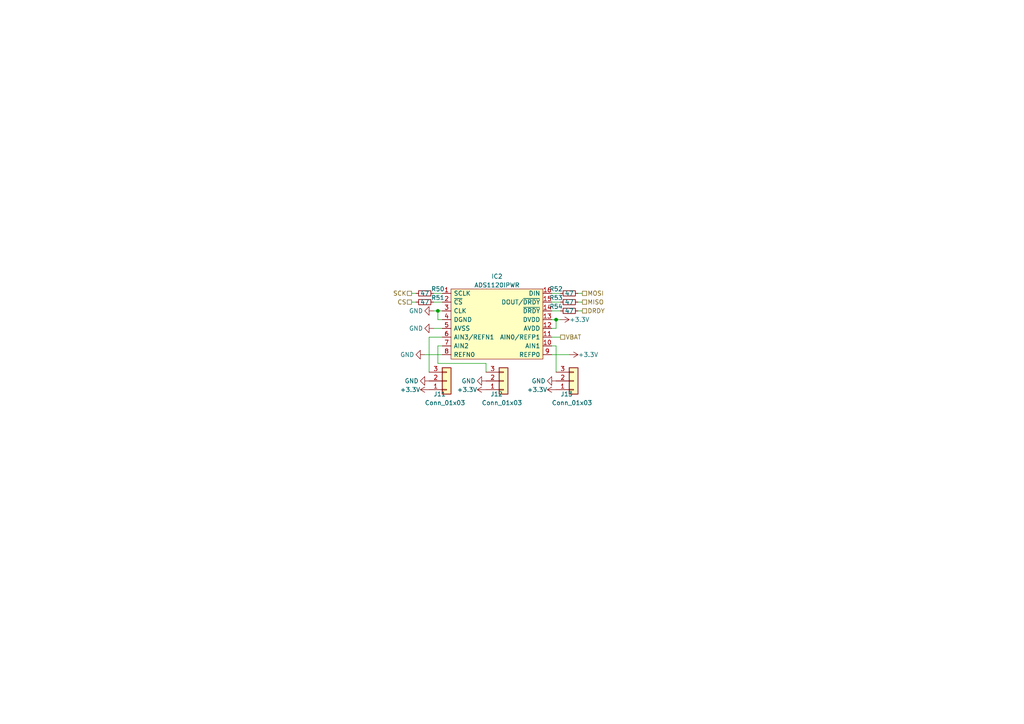
<source format=kicad_sch>
(kicad_sch (version 20211123) (generator eeschema)
  (paper "A4")
  (lib_symbols
    (symbol "ADS1120IPWR:ADS1120IPWR" (pin_names (offset 0.762))
      (property "Reference" "IC" (at 39.37 7.62 0))
      (property "Value" "ADS1120IPWR" (at 39.37 5.08 0))
      (symbol "ADS1120IPWR_0_0"
        (pin passive line (at 0 0 0) (length 2.54) (name "SCLK") (number "1"))
        (pin passive line (at 31.75 -15.24 180) (length 2.54) (name "AIN1") (number "10"))
        (pin passive line (at 31.75 -12.7 180) (length 2.54) (name "AIN0/REFP1") (number "11"))
        (pin passive line (at 31.75 -10.16 180) (length 2.54) (name "AVDD") (number "12"))
        (pin passive line (at 31.75 -7.62 180) (length 2.54) (name "DVDD") (number "13"))
        (pin passive line (at 31.75 -5.08 180) (length 2.54) (name "~{DRDY}") (number "14"))
        (pin passive line (at 31.75 -2.54 180) (length 2.54) (name "DOUT/~{DRDY}") (number "15"))
        (pin passive line (at 31.75 0 180) (length 2.54) (name "DIN") (number "16"))
        (pin passive line (at 0 -2.54 0) (length 2.54) (name "~{CS}") (number "2"))
        (pin passive line (at 0 -5.08 0) (length 2.54) (name "CLK") (number "3"))
        (pin passive line (at 0 -7.62 0) (length 2.54) (name "DGND") (number "4"))
        (pin passive line (at 0 -10.16 0) (length 2.54) (name "AVSS") (number "5"))
        (pin passive line (at 0 -12.7 0) (length 2.54) (name "AIN3/REFN1") (number "6"))
        (pin passive line (at 0 -15.24 0) (length 2.54) (name "AIN2") (number "7"))
        (pin passive line (at 0 -17.78 0) (length 2.54) (name "REFN0") (number "8"))
        (pin passive line (at 31.75 -17.78 180) (length 2.54) (name "REFP0") (number "9"))
      )
      (symbol "ADS1120IPWR_0_1"
        (rectangle (start 2.54 1.27) (end 29.21 -19.05) (stroke (width 0.1524)) (fill (type background)))
      )
    )
    (symbol "Connector_Generic:Conn_01x03" (pin_names (offset 1.016) hide)
      (property "Reference" "J" (at 0 5.08 0))
      (property "Value" "Conn_01x03" (at 0 -5.08 0))
      (symbol "Conn_01x03_1_1"
        (rectangle (start -1.27 -2.413) (end 0 -2.667) (stroke (width 0.1524)))
        (rectangle (start -1.27 0.127) (end 0 -0.127) (stroke (width 0.1524)))
        (rectangle (start -1.27 2.667) (end 0 2.413) (stroke (width 0.1524)))
        (rectangle (start -1.27 3.81) (end 1.27 -3.81) (stroke (width 0.254)) (fill (type background)))
        (pin passive line (at -5.08 2.54 0) (length 3.81) (name "Pin_1") (number "1"))
        (pin passive line (at -5.08 0 0) (length 3.81) (name "Pin_2") (number "2"))
        (pin passive line (at -5.08 -2.54 0) (length 3.81) (name "Pin_3") (number "3"))
      )
    )
    (symbol "Device:R_Small" (pin_numbers hide) (pin_names (offset 0.254) hide)
      (property "Reference" "R" (at 0.762 0.508 0))
      (property "Value" "R_Small" (at 0.762 -1.016 0))
      (symbol "R_Small_0_1"
        (rectangle (start -0.762 1.778) (end 0.762 -1.778) (stroke (width 0.2032)))
      )
      (symbol "R_Small_1_1"
        (pin passive line (at 0 2.54 270) (length 0.762) (name "~") (number "1"))
        (pin passive line (at 0 -2.54 90) (length 0.762) (name "~") (number "2"))
      )
    )
    (symbol "power:+3.3V" (power) (pin_names (offset 0))
      (property "Value" "+3.3V" (at 0 3.556 0))
      (symbol "+3.3V_0_1"
        (polyline (pts (xy -0.762 1.27) (xy 0 2.54)))
        (polyline (pts (xy 0 0) (xy 0 2.54)))
        (polyline (pts (xy 0 2.54) (xy 0.762 1.27)))
      )
      (symbol "+3.3V_1_1"
        (pin power_in line (at 0 0 90) (length 0) hide (name "+3.3V") (number "1"))
      )
    )
    (symbol "power:GND" (power) (pin_names (offset 0))
      (property "Value" "GND" (at 0 -3.81 0))
      (symbol "GND_0_1"
        (polyline (pts (xy 0 0) (xy 0 -1.27) (xy 1.27 -1.27) (xy 0 -2.54) (xy -1.27 -1.27) (xy 0 -1.27)))
      )
      (symbol "GND_1_1"
        (pin power_in line (at 0 0 270) (length 0) hide (name "GND") (number "1"))
      )
    )
  )
  (junction (at 127 90.17))
  (junction (at 161.29 92.71))
  (wire (pts (xy 123.19 102.87) (xy 128.27 102.87)))
  (wire (pts (xy 161.29 95.25) (xy 161.29 92.71)))
  (wire (pts (xy 140.97 105.41) (xy 140.97 107.95)))
  (wire (pts (xy 160.02 97.79) (xy 162.56 97.79)))
  (wire (pts (xy 167.64 85.09) (xy 168.91 85.09)))
  (wire (pts (xy 160.02 100.33) (xy 161.29 100.33)))
  (wire (pts (xy 128.27 90.17) (xy 127 90.17)))
  (wire (pts (xy 125.73 85.09) (xy 128.27 85.09)))
  (wire (pts (xy 161.29 92.71) (xy 162.56 92.71)))
  (wire (pts (xy 128.27 97.79) (xy 124.46 97.79)))
  (wire (pts (xy 167.64 90.17) (xy 168.91 90.17)))
  (wire (pts (xy 127 90.17) (xy 125.73 90.17)))
  (wire (pts (xy 125.73 95.25) (xy 128.27 95.25)))
  (wire (pts (xy 127 105.41) (xy 140.97 105.41)))
  (wire (pts (xy 160.02 85.09) (xy 162.56 85.09)))
  (wire (pts (xy 160.02 90.17) (xy 162.56 90.17)))
  (wire (pts (xy 160.02 95.25) (xy 161.29 95.25)))
  (wire (pts (xy 119.38 85.09) (xy 120.65 85.09)))
  (wire (pts (xy 125.73 87.63) (xy 128.27 87.63)))
  (wire (pts (xy 127 92.71) (xy 128.27 92.71)))
  (wire (pts (xy 161.29 100.33) (xy 161.29 107.95)))
  (wire (pts (xy 124.46 97.79) (xy 124.46 107.95)))
  (wire (pts (xy 161.29 92.71) (xy 160.02 92.71)))
  (wire (pts (xy 128.27 100.33) (xy 127 100.33)))
  (wire (pts (xy 127 92.71) (xy 127 90.17)))
  (wire (pts (xy 119.38 87.63) (xy 120.65 87.63)))
  (wire (pts (xy 160.02 102.87) (xy 165.1 102.87)))
  (wire (pts (xy 127 100.33) (xy 127 105.41)))
  (wire (pts (xy 167.64 87.63) (xy 168.91 87.63)))
  (wire (pts (xy 160.02 87.63) (xy 162.56 87.63)))
  (hierarchical_label "DRDY" (shape passive) (at 168.91 90.17 0))
  (hierarchical_label "SCK" (shape passive) (at 119.38 85.09 180))
  (hierarchical_label "CS" (shape passive) (at 119.38 87.63 180))
  (hierarchical_label "MISO" (shape passive) (at 168.91 87.63 0))
  (hierarchical_label "VBAT" (shape passive) (at 162.56 97.79 0))
  (hierarchical_label "MOSI" (shape passive) (at 168.91 85.09 0))
  (symbol (lib_id "Connector_Generic:Conn_01x03") (at 166.37 110.49 0) (mirror x) (unit 1)
    (property "Reference" "J13" (at 162.56 114.3 0) (effects (justify left)))
    (property "Value" "Conn_01x03" (at 160.02 116.84 0) (effects (justify left)))
    (property "Footprint" "B03B-PASK-1:B03B-PASK-1" (effects hide))
  )
  (symbol (lib_id "power:+3.3V") (at 165.1 102.87 270) (unit 1)
    (property "Reference" "#PWR0122" (effects hide))
    (property "Value" "+3.3V" (at 167.64 102.87 90) (effects (justify left)))
  )
  (symbol (lib_id "Device:R_Small") (at 165.1 87.63 90) (unit 1)
    (property "Reference" "R53" (at 161.29 86.36 90))
    (property "Value" "47" (at 165.1 87.63 90))
    (property "Footprint" "Resistor_SMD:R_0603_1608Metric_Pad0.98x0.95mm_HandSolder" (effects hide))
  )
  (symbol (lib_id "Connector_Generic:Conn_01x03") (at 146.05 110.49 0) (mirror x) (unit 1)
    (property "Reference" "J12" (at 142.24 114.3 0) (effects (justify left)))
    (property "Value" "Conn_01x03" (at 139.7 116.84 0) (effects (justify left)))
    (property "Footprint" "B03B-PASK-1:B03B-PASK-1" (effects hide))
  )
  (symbol (lib_id "Device:R_Small") (at 123.19 87.63 90) (unit 1)
    (property "Reference" "R51" (at 127 86.36 90))
    (property "Value" "47" (at 123.19 87.63 90))
    (property "Footprint" "Resistor_SMD:R_0603_1608Metric_Pad0.98x0.95mm_HandSolder" (effects hide))
  )
  (symbol (lib_id "power:GND") (at 161.29 110.49 270) (unit 1)
    (property "Reference" "#PWR0119" (effects hide))
    (property "Value" "GND" (at 156.21 110.49 90))
  )
  (symbol (lib_id "Device:R_Small") (at 123.19 85.09 90) (unit 1)
    (property "Reference" "R50" (at 127 83.82 90))
    (property "Value" "47" (at 123.19 85.09 90))
    (property "Footprint" "Resistor_SMD:R_0603_1608Metric_Pad0.98x0.95mm_HandSolder" (effects hide))
  )
  (symbol (lib_id "Device:R_Small") (at 165.1 90.17 90) (unit 1)
    (property "Reference" "R54" (at 161.29 88.9 90))
    (property "Value" "47" (at 165.1 90.17 90))
    (property "Footprint" "Resistor_SMD:R_0603_1608Metric_Pad0.98x0.95mm_HandSolder" (effects hide))
  )
  (symbol (lib_id "Device:R_Small") (at 165.1 85.09 90) (unit 1)
    (property "Reference" "R52" (at 161.29 83.82 90))
    (property "Value" "47" (at 165.1 85.09 90))
    (property "Footprint" "Resistor_SMD:R_0603_1608Metric_Pad0.98x0.95mm_HandSolder" (effects hide))
  )
  (symbol (lib_id "power:GND") (at 125.73 95.25 270) (unit 1)
    (property "Reference" "#PWR0116" (effects hide))
    (property "Value" "GND" (at 120.65 95.25 90))
  )
  (symbol (lib_id "power:+3.3V") (at 140.97 113.03 90) (mirror x) (unit 1)
    (property "Reference" "#PWR0118" (effects hide))
    (property "Value" "+3.3V" (at 138.43 113.03 90) (effects (justify left)))
  )
  (symbol (lib_id "power:GND") (at 124.46 110.49 270) (unit 1)
    (property "Reference" "#PWR0113" (effects hide))
    (property "Value" "GND" (at 119.38 110.49 90))
  )
  (symbol (lib_id "power:GND") (at 123.19 102.87 270) (unit 1)
    (property "Reference" "#PWR0112" (effects hide))
    (property "Value" "GND" (at 118.11 102.87 90))
  )
  (symbol (lib_id "power:+3.3V") (at 124.46 113.03 90) (mirror x) (unit 1)
    (property "Reference" "#PWR0114" (effects hide))
    (property "Value" "+3.3V" (at 121.92 113.03 90) (effects (justify left)))
  )
  (symbol (lib_id "power:+3.3V") (at 162.56 92.71 270) (unit 1)
    (property "Reference" "#PWR0121" (effects hide))
    (property "Value" "+3.3V" (at 165.1 92.71 90) (effects (justify left)))
  )
  (symbol (lib_id "power:+3.3V") (at 161.29 113.03 90) (mirror x) (unit 1)
    (property "Reference" "#PWR0120" (effects hide))
    (property "Value" "+3.3V" (at 158.75 113.03 90) (effects (justify left)))
  )
  (symbol (lib_id "ADS1120IPWR:ADS1120IPWR") (at 128.27 85.09 0) (unit 1)
    (property "Reference" "IC2" (at 144.145 80.171 0))
    (property "Value" "ADS1120IPWR" (at 144.145 82.7079 0))
    (property "Footprint" "ADS1120IPWR:ADS1120IPWR" (effects hide))
    (property "Datasheet" "http://www.ti.com/lit/gpn/ads1120" (effects hide))
    (property "Description" "16-bit, 2-kSPS, 4-ch, low-power, small-size delta-sigma ADC with PGA, VREF, 2x IDACs & SPI interface" (effects hide))
    (property "Height" "1.2" (effects hide))
    (property "Manufacturer_Name" "Texas Instruments" (effects hide))
    (property "Manufacturer_Part_Number" "ADS1120IPWR" (effects hide))
    (property "Mouser Part Number" "595-ADS1120IPWR" (effects hide))
    (property "Mouser Price/Stock" "https://www.mouser.co.uk/ProductDetail/Texas-Instruments/ADS1120IPWR?qs=%252BFzhjShcsaKkJ21qPRUHUw%3D%3D" (effects hide))
    (property "Arrow Part Number" "ADS1120IPWR" (effects hide))
    (property "Arrow Price/Stock" "https://www.arrow.com/en/products/ads1120ipwr/texas-instruments?region=nac" (effects hide))
  )
  (symbol (lib_id "power:GND") (at 140.97 110.49 270) (unit 1)
    (property "Reference" "#PWR0117" (effects hide))
    (property "Value" "GND" (at 135.89 110.49 90))
  )
  (symbol (lib_id "Connector_Generic:Conn_01x03") (at 129.54 110.49 0) (mirror x) (unit 1)
    (property "Reference" "J11" (at 125.73 114.3 0) (effects (justify left)))
    (property "Value" "Conn_01x03" (at 123.19 116.84 0) (effects (justify left)))
    (property "Footprint" "B03B-PASK-1:B03B-PASK-1" (effects hide))
  )
  (symbol (lib_id "power:GND") (at 125.73 90.17 270) (unit 1)
    (property "Reference" "#PWR0115" (effects hide))
    (property "Value" "GND" (at 120.65 90.17 90))
  )
)
</source>
